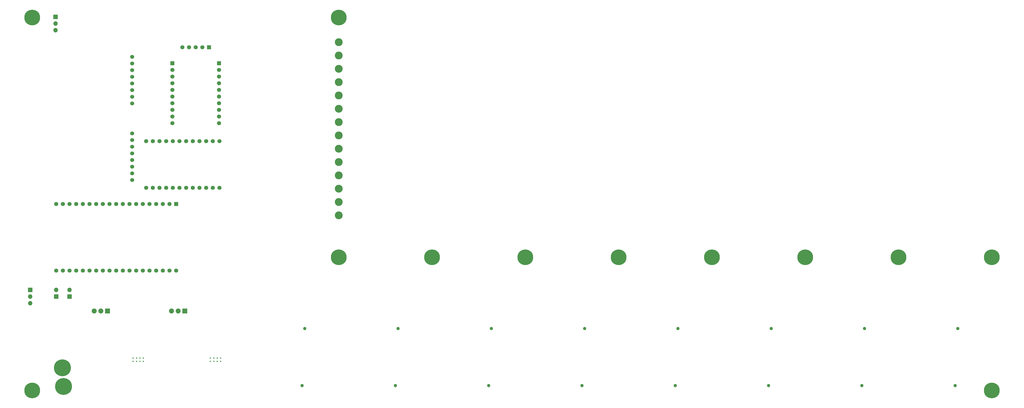
<source format=gbr>
%TF.GenerationSoftware,KiCad,Pcbnew,(6.0.1-0)*%
%TF.CreationDate,2022-11-03T20:07:31-07:00*%
%TF.ProjectId,core_board,636f7265-5f62-46f6-9172-642e6b696361,rev?*%
%TF.SameCoordinates,Original*%
%TF.FileFunction,Soldermask,Bot*%
%TF.FilePolarity,Negative*%
%FSLAX46Y46*%
G04 Gerber Fmt 4.6, Leading zero omitted, Abs format (unit mm)*
G04 Created by KiCad (PCBNEW (6.0.1-0)) date 2022-11-03 20:07:31*
%MOMM*%
%LPD*%
G01*
G04 APERTURE LIST*
%ADD10C,0.508000*%
%ADD11C,6.000000*%
%ADD12C,1.270000*%
%ADD13R,1.910000X1.910000*%
%ADD14C,1.910000*%
%ADD15C,3.000000*%
%ADD16R,1.700000X1.700000*%
%ADD17O,1.700000X1.700000*%
%ADD18C,1.524000*%
%ADD19R,1.560000X1.560000*%
%ADD20C,1.560000*%
%ADD21C,6.451600*%
G04 APERTURE END LIST*
D10*
%TO.C,U9*%
X159086000Y-275986000D03*
X159086000Y-274686000D03*
X160386000Y-275986000D03*
X160386000Y-274686000D03*
X161686000Y-275986000D03*
X161686000Y-274686000D03*
X162986000Y-275986000D03*
X162986000Y-274686000D03*
%TD*%
D11*
%TO.C,REF\u002A\u002A*%
X415290000Y-236220000D03*
%TD*%
D12*
%TO.C,J10*%
X472456000Y-285144600D03*
X473456000Y-263444600D03*
%TD*%
D13*
%TO.C,U3*%
X149362000Y-256697000D03*
D14*
X146812000Y-256697000D03*
X144262000Y-256697000D03*
%TD*%
D15*
%TO.C,TP8*%
X237490000Y-204978000D03*
%TD*%
D16*
%TO.C,J2*%
X119888000Y-248666000D03*
D17*
X119888000Y-251206000D03*
X119888000Y-253746000D03*
%TD*%
D15*
%TO.C,TP16*%
X237490000Y-220218000D03*
%TD*%
D18*
%TO.C,U4*%
X158750000Y-159766000D03*
X158750000Y-162306000D03*
X158750000Y-164846000D03*
X158750000Y-167386000D03*
X158750000Y-169926000D03*
X158750000Y-172466000D03*
X158750000Y-175006000D03*
X158750000Y-177546000D03*
%TD*%
D11*
%TO.C,REF\u002A\u002A*%
X486410000Y-236220000D03*
%TD*%
D19*
%TO.C,U1*%
X175462000Y-215900000D03*
D20*
X172922000Y-215900000D03*
X170382000Y-215900000D03*
X167842000Y-215900000D03*
X165302000Y-215900000D03*
X162762000Y-215900000D03*
X160222000Y-215900000D03*
X157682000Y-215900000D03*
X155142000Y-215900000D03*
X152602000Y-215900000D03*
X150062000Y-215900000D03*
X147522000Y-215900000D03*
X144982000Y-215900000D03*
X142442000Y-215900000D03*
X139902000Y-215900000D03*
X137362000Y-215900000D03*
X134822000Y-215900000D03*
X132282000Y-215900000D03*
X129742000Y-215900000D03*
X175462000Y-241300000D03*
X172922000Y-241300000D03*
X170382000Y-241300000D03*
X167842000Y-241300000D03*
X165302000Y-241300000D03*
X162762000Y-241300000D03*
X160222000Y-241300000D03*
X157682000Y-241300000D03*
X155142000Y-241300000D03*
X152602000Y-241300000D03*
X150062000Y-241300000D03*
X147522000Y-241300000D03*
X144982000Y-241300000D03*
X142442000Y-241300000D03*
X139902000Y-241300000D03*
X137362000Y-241300000D03*
X134822000Y-241300000D03*
X132282000Y-241300000D03*
X129742000Y-241300000D03*
%TD*%
D12*
%TO.C,J8*%
X436896000Y-285144600D03*
X437896000Y-263444600D03*
%TD*%
D15*
%TO.C,TP12*%
X237490000Y-194818000D03*
%TD*%
%TO.C,TP10*%
X237490000Y-184658000D03*
%TD*%
D16*
%TO.C,JP2*%
X129794000Y-251206000D03*
D17*
X129794000Y-248666000D03*
%TD*%
D21*
%TO.C,J1*%
X132588000Y-285496000D03*
X132163820Y-278384000D03*
%TD*%
D11*
%TO.C,REF\u002A\u002A*%
X273050000Y-236220000D03*
%TD*%
%TO.C,REF\u002A\u002A*%
X308610000Y-236220000D03*
%TD*%
D12*
%TO.C,J3*%
X223536000Y-285144600D03*
X224536000Y-263444600D03*
%TD*%
D18*
%TO.C,U5*%
X158750000Y-188976000D03*
X158750000Y-191516000D03*
X158750000Y-194056000D03*
X158750000Y-196596000D03*
X158750000Y-199136000D03*
X158750000Y-201676000D03*
X158750000Y-204216000D03*
X158750000Y-206756000D03*
%TD*%
D15*
%TO.C,TP11*%
X237490000Y-189738000D03*
%TD*%
D17*
%TO.C,JP1*%
X134874000Y-248666000D03*
D16*
X134874000Y-251206000D03*
%TD*%
D20*
%TO.C,U6*%
X191841100Y-185100500D03*
X191841100Y-182560500D03*
X191841100Y-180020500D03*
X191841100Y-177480500D03*
X191841100Y-174940500D03*
X191841100Y-172400500D03*
X191841100Y-169860500D03*
X191841100Y-167320500D03*
X191841100Y-164780500D03*
D19*
X191841100Y-162240500D03*
X188031100Y-156144500D03*
D20*
X185491100Y-156144500D03*
X182951100Y-156144500D03*
X180411100Y-156144500D03*
X177871100Y-156144500D03*
D19*
X174061660Y-162240500D03*
D20*
X174061660Y-164780500D03*
X174061660Y-167320500D03*
X174061660Y-169860500D03*
X174061660Y-172400500D03*
X174061660Y-174940500D03*
X174061660Y-177480500D03*
X174061660Y-180020500D03*
X174061660Y-182560500D03*
X174061660Y-185100500D03*
%TD*%
D11*
%TO.C,REF\u002A\u002A*%
X379730000Y-236220000D03*
%TD*%
D15*
%TO.C,TP3*%
X237490000Y-174498000D03*
%TD*%
D12*
%TO.C,J5*%
X259096000Y-285144600D03*
X260096000Y-263444600D03*
%TD*%
%TO.C,J4*%
X365776000Y-285144600D03*
X366776000Y-263444600D03*
%TD*%
D13*
%TO.C,U2*%
X178826000Y-256697000D03*
D14*
X176276000Y-256697000D03*
X173726000Y-256697000D03*
%TD*%
D11*
%TO.C,REF\u002A\u002A*%
X450850000Y-236220000D03*
%TD*%
%TO.C,REF\u002A\u002A*%
X237490000Y-144780000D03*
%TD*%
D12*
%TO.C,J7*%
X294656000Y-285144600D03*
X295656000Y-263444600D03*
%TD*%
D20*
%TO.C,U7*%
X164101500Y-209701500D03*
X166641500Y-209701500D03*
X169181500Y-209701500D03*
X171721500Y-209701500D03*
X174261500Y-209701500D03*
X176801500Y-209701500D03*
X179341500Y-209701500D03*
X181881500Y-209701500D03*
X184421500Y-209701500D03*
X186961500Y-209701500D03*
X189501500Y-209701500D03*
X192041500Y-209701500D03*
X192041500Y-191921500D03*
X189501500Y-191921500D03*
X186961500Y-191921500D03*
X184421500Y-191921500D03*
X181881500Y-191921500D03*
X179341500Y-191921500D03*
X176801500Y-191921500D03*
X174261500Y-191921500D03*
X171721500Y-191921500D03*
X169181500Y-191921500D03*
X166641500Y-191921500D03*
X164101500Y-191921500D03*
%TD*%
D15*
%TO.C,TP15*%
X237490000Y-215138000D03*
%TD*%
%TO.C,TP6*%
X237490000Y-179578000D03*
%TD*%
D12*
%TO.C,J6*%
X402336000Y-263444600D03*
X401336000Y-285144600D03*
%TD*%
D15*
%TO.C,TP9*%
X237490000Y-210058000D03*
%TD*%
%TO.C,TP5*%
X237490000Y-164338000D03*
%TD*%
%TO.C,TP13*%
X237490000Y-199898000D03*
%TD*%
D11*
%TO.C,REF\u002A\u002A*%
X237490000Y-236220000D03*
%TD*%
D12*
%TO.C,J9*%
X330216000Y-285144600D03*
X331216000Y-263444600D03*
%TD*%
D17*
%TO.C,JP3*%
X129540000Y-149606000D03*
X129540000Y-147066000D03*
D16*
X129540000Y-144526000D03*
%TD*%
D15*
%TO.C,TP4*%
X237490000Y-169418000D03*
%TD*%
%TO.C,TP14*%
X237490000Y-154178000D03*
%TD*%
D11*
%TO.C,REF\u002A\u002A*%
X120650000Y-287020000D03*
%TD*%
%TO.C,REF\u002A\u002A*%
X344170000Y-236220000D03*
%TD*%
D15*
%TO.C,TP7*%
X237490000Y-159258000D03*
%TD*%
D11*
%TO.C,REF\u002A\u002A*%
X486410000Y-287020000D03*
%TD*%
%TO.C,REF\u002A\u002A*%
X120650000Y-144780000D03*
%TD*%
D10*
%TO.C,U8*%
X188550000Y-275986000D03*
X188550000Y-274686000D03*
X189850000Y-275986000D03*
X189850000Y-274686000D03*
X191150000Y-275986000D03*
X191150000Y-274686000D03*
X192450000Y-275986000D03*
X192450000Y-274686000D03*
%TD*%
M02*

</source>
